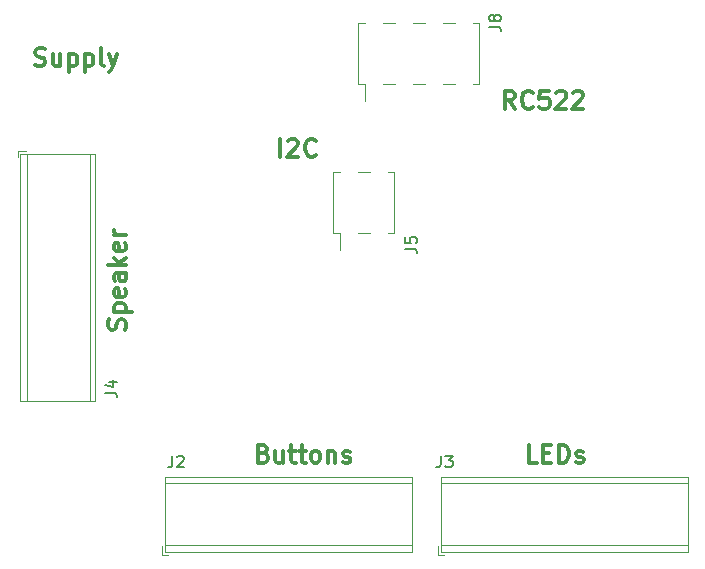
<source format=gto>
G04 #@! TF.GenerationSoftware,KiCad,Pcbnew,(6.0.6)*
G04 #@! TF.CreationDate,2022-09-28T22:29:42+02:00*
G04 #@! TF.ProjectId,Phoniebox,50686f6e-6965-4626-9f78-2e6b69636164,rev?*
G04 #@! TF.SameCoordinates,Original*
G04 #@! TF.FileFunction,Legend,Top*
G04 #@! TF.FilePolarity,Positive*
%FSLAX46Y46*%
G04 Gerber Fmt 4.6, Leading zero omitted, Abs format (unit mm)*
G04 Created by KiCad (PCBNEW (6.0.6)) date 2022-09-28 22:29:42*
%MOMM*%
%LPD*%
G01*
G04 APERTURE LIST*
%ADD10C,0.300000*%
%ADD11C,0.150000*%
%ADD12C,0.120000*%
%ADD13C,2.700000*%
%ADD14C,2.200000*%
%ADD15R,2.200000X2.200000*%
%ADD16R,1.000000X3.150000*%
%ADD17R,1.700000X1.700000*%
%ADD18O,1.700000X1.700000*%
%ADD19O,1.600000X1.000000*%
%ADD20O,2.100000X1.000000*%
%ADD21C,0.650000*%
G04 APERTURE END LIST*
D10*
X122995714Y-65702571D02*
X122995714Y-64202571D01*
X123638571Y-64345428D02*
X123710000Y-64274000D01*
X123852857Y-64202571D01*
X124210000Y-64202571D01*
X124352857Y-64274000D01*
X124424285Y-64345428D01*
X124495714Y-64488285D01*
X124495714Y-64631142D01*
X124424285Y-64845428D01*
X123567142Y-65702571D01*
X124495714Y-65702571D01*
X125995714Y-65559714D02*
X125924285Y-65631142D01*
X125710000Y-65702571D01*
X125567142Y-65702571D01*
X125352857Y-65631142D01*
X125210000Y-65488285D01*
X125138571Y-65345428D01*
X125067142Y-65059714D01*
X125067142Y-64845428D01*
X125138571Y-64559714D01*
X125210000Y-64416857D01*
X125352857Y-64274000D01*
X125567142Y-64202571D01*
X125710000Y-64202571D01*
X125924285Y-64274000D01*
X125995714Y-64345428D01*
X142859428Y-61638571D02*
X142359428Y-60924285D01*
X142002285Y-61638571D02*
X142002285Y-60138571D01*
X142573714Y-60138571D01*
X142716571Y-60210000D01*
X142788000Y-60281428D01*
X142859428Y-60424285D01*
X142859428Y-60638571D01*
X142788000Y-60781428D01*
X142716571Y-60852857D01*
X142573714Y-60924285D01*
X142002285Y-60924285D01*
X144359428Y-61495714D02*
X144288000Y-61567142D01*
X144073714Y-61638571D01*
X143930857Y-61638571D01*
X143716571Y-61567142D01*
X143573714Y-61424285D01*
X143502285Y-61281428D01*
X143430857Y-60995714D01*
X143430857Y-60781428D01*
X143502285Y-60495714D01*
X143573714Y-60352857D01*
X143716571Y-60210000D01*
X143930857Y-60138571D01*
X144073714Y-60138571D01*
X144288000Y-60210000D01*
X144359428Y-60281428D01*
X145716571Y-60138571D02*
X145002285Y-60138571D01*
X144930857Y-60852857D01*
X145002285Y-60781428D01*
X145145142Y-60710000D01*
X145502285Y-60710000D01*
X145645142Y-60781428D01*
X145716571Y-60852857D01*
X145788000Y-60995714D01*
X145788000Y-61352857D01*
X145716571Y-61495714D01*
X145645142Y-61567142D01*
X145502285Y-61638571D01*
X145145142Y-61638571D01*
X145002285Y-61567142D01*
X144930857Y-61495714D01*
X146359428Y-60281428D02*
X146430857Y-60210000D01*
X146573714Y-60138571D01*
X146930857Y-60138571D01*
X147073714Y-60210000D01*
X147145142Y-60281428D01*
X147216571Y-60424285D01*
X147216571Y-60567142D01*
X147145142Y-60781428D01*
X146288000Y-61638571D01*
X147216571Y-61638571D01*
X147788000Y-60281428D02*
X147859428Y-60210000D01*
X148002285Y-60138571D01*
X148359428Y-60138571D01*
X148502285Y-60210000D01*
X148573714Y-60281428D01*
X148645142Y-60424285D01*
X148645142Y-60567142D01*
X148573714Y-60781428D01*
X147716571Y-61638571D01*
X148645142Y-61638571D01*
X102235428Y-57964820D02*
X102449714Y-58036249D01*
X102806857Y-58036249D01*
X102949714Y-57964820D01*
X103021142Y-57893392D01*
X103092571Y-57750535D01*
X103092571Y-57607678D01*
X103021142Y-57464820D01*
X102949714Y-57393392D01*
X102806857Y-57321963D01*
X102521142Y-57250535D01*
X102378285Y-57179106D01*
X102306857Y-57107678D01*
X102235428Y-56964820D01*
X102235428Y-56821963D01*
X102306857Y-56679106D01*
X102378285Y-56607678D01*
X102521142Y-56536249D01*
X102878285Y-56536249D01*
X103092571Y-56607678D01*
X104378285Y-57036249D02*
X104378285Y-58036249D01*
X103735428Y-57036249D02*
X103735428Y-57821963D01*
X103806857Y-57964820D01*
X103949714Y-58036249D01*
X104164000Y-58036249D01*
X104306857Y-57964820D01*
X104378285Y-57893392D01*
X105092571Y-57036249D02*
X105092571Y-58536249D01*
X105092571Y-57107678D02*
X105235428Y-57036249D01*
X105521142Y-57036249D01*
X105664000Y-57107678D01*
X105735428Y-57179106D01*
X105806857Y-57321963D01*
X105806857Y-57750535D01*
X105735428Y-57893392D01*
X105664000Y-57964820D01*
X105521142Y-58036249D01*
X105235428Y-58036249D01*
X105092571Y-57964820D01*
X106449714Y-57036249D02*
X106449714Y-58536249D01*
X106449714Y-57107678D02*
X106592571Y-57036249D01*
X106878285Y-57036249D01*
X107021142Y-57107678D01*
X107092571Y-57179106D01*
X107164000Y-57321963D01*
X107164000Y-57750535D01*
X107092571Y-57893392D01*
X107021142Y-57964820D01*
X106878285Y-58036249D01*
X106592571Y-58036249D01*
X106449714Y-57964820D01*
X108021142Y-58036249D02*
X107878285Y-57964820D01*
X107806857Y-57821963D01*
X107806857Y-56536249D01*
X108449714Y-57036249D02*
X108806857Y-58036249D01*
X109164000Y-57036249D02*
X108806857Y-58036249D01*
X108664000Y-58393392D01*
X108592571Y-58464820D01*
X108449714Y-58536249D01*
X109827142Y-80342857D02*
X109898571Y-80128571D01*
X109898571Y-79771428D01*
X109827142Y-79628571D01*
X109755714Y-79557142D01*
X109612857Y-79485714D01*
X109470000Y-79485714D01*
X109327142Y-79557142D01*
X109255714Y-79628571D01*
X109184285Y-79771428D01*
X109112857Y-80057142D01*
X109041428Y-80200000D01*
X108970000Y-80271428D01*
X108827142Y-80342857D01*
X108684285Y-80342857D01*
X108541428Y-80271428D01*
X108470000Y-80200000D01*
X108398571Y-80057142D01*
X108398571Y-79700000D01*
X108470000Y-79485714D01*
X108898571Y-78842857D02*
X110398571Y-78842857D01*
X108970000Y-78842857D02*
X108898571Y-78700000D01*
X108898571Y-78414285D01*
X108970000Y-78271428D01*
X109041428Y-78200000D01*
X109184285Y-78128571D01*
X109612857Y-78128571D01*
X109755714Y-78200000D01*
X109827142Y-78271428D01*
X109898571Y-78414285D01*
X109898571Y-78700000D01*
X109827142Y-78842857D01*
X109827142Y-76914285D02*
X109898571Y-77057142D01*
X109898571Y-77342857D01*
X109827142Y-77485714D01*
X109684285Y-77557142D01*
X109112857Y-77557142D01*
X108970000Y-77485714D01*
X108898571Y-77342857D01*
X108898571Y-77057142D01*
X108970000Y-76914285D01*
X109112857Y-76842857D01*
X109255714Y-76842857D01*
X109398571Y-77557142D01*
X109898571Y-75557142D02*
X109112857Y-75557142D01*
X108970000Y-75628571D01*
X108898571Y-75771428D01*
X108898571Y-76057142D01*
X108970000Y-76200000D01*
X109827142Y-75557142D02*
X109898571Y-75700000D01*
X109898571Y-76057142D01*
X109827142Y-76200000D01*
X109684285Y-76271428D01*
X109541428Y-76271428D01*
X109398571Y-76200000D01*
X109327142Y-76057142D01*
X109327142Y-75700000D01*
X109255714Y-75557142D01*
X109898571Y-74842857D02*
X108398571Y-74842857D01*
X109327142Y-74700000D02*
X109898571Y-74271428D01*
X108898571Y-74271428D02*
X109470000Y-74842857D01*
X109827142Y-73057142D02*
X109898571Y-73200000D01*
X109898571Y-73485714D01*
X109827142Y-73628571D01*
X109684285Y-73700000D01*
X109112857Y-73700000D01*
X108970000Y-73628571D01*
X108898571Y-73485714D01*
X108898571Y-73200000D01*
X108970000Y-73057142D01*
X109112857Y-72985714D01*
X109255714Y-72985714D01*
X109398571Y-73700000D01*
X109898571Y-72342857D02*
X108898571Y-72342857D01*
X109184285Y-72342857D02*
X109041428Y-72271428D01*
X108970000Y-72200000D01*
X108898571Y-72057142D01*
X108898571Y-71914285D01*
X144732571Y-91610571D02*
X144018285Y-91610571D01*
X144018285Y-90110571D01*
X145232571Y-90824857D02*
X145732571Y-90824857D01*
X145946857Y-91610571D02*
X145232571Y-91610571D01*
X145232571Y-90110571D01*
X145946857Y-90110571D01*
X146589714Y-91610571D02*
X146589714Y-90110571D01*
X146946857Y-90110571D01*
X147161142Y-90182000D01*
X147304000Y-90324857D01*
X147375428Y-90467714D01*
X147446857Y-90753428D01*
X147446857Y-90967714D01*
X147375428Y-91253428D01*
X147304000Y-91396285D01*
X147161142Y-91539142D01*
X146946857Y-91610571D01*
X146589714Y-91610571D01*
X148018285Y-91539142D02*
X148161142Y-91610571D01*
X148446857Y-91610571D01*
X148589714Y-91539142D01*
X148661142Y-91396285D01*
X148661142Y-91324857D01*
X148589714Y-91182000D01*
X148446857Y-91110571D01*
X148232571Y-91110571D01*
X148089714Y-91039142D01*
X148018285Y-90896285D01*
X148018285Y-90824857D01*
X148089714Y-90682000D01*
X148232571Y-90610571D01*
X148446857Y-90610571D01*
X148589714Y-90682000D01*
X121575142Y-90824857D02*
X121789428Y-90896285D01*
X121860857Y-90967714D01*
X121932285Y-91110571D01*
X121932285Y-91324857D01*
X121860857Y-91467714D01*
X121789428Y-91539142D01*
X121646571Y-91610571D01*
X121075142Y-91610571D01*
X121075142Y-90110571D01*
X121575142Y-90110571D01*
X121718000Y-90182000D01*
X121789428Y-90253428D01*
X121860857Y-90396285D01*
X121860857Y-90539142D01*
X121789428Y-90682000D01*
X121718000Y-90753428D01*
X121575142Y-90824857D01*
X121075142Y-90824857D01*
X123218000Y-90610571D02*
X123218000Y-91610571D01*
X122575142Y-90610571D02*
X122575142Y-91396285D01*
X122646571Y-91539142D01*
X122789428Y-91610571D01*
X123003714Y-91610571D01*
X123146571Y-91539142D01*
X123218000Y-91467714D01*
X123718000Y-90610571D02*
X124289428Y-90610571D01*
X123932285Y-90110571D02*
X123932285Y-91396285D01*
X124003714Y-91539142D01*
X124146571Y-91610571D01*
X124289428Y-91610571D01*
X124575142Y-90610571D02*
X125146571Y-90610571D01*
X124789428Y-90110571D02*
X124789428Y-91396285D01*
X124860857Y-91539142D01*
X125003714Y-91610571D01*
X125146571Y-91610571D01*
X125860857Y-91610571D02*
X125718000Y-91539142D01*
X125646571Y-91467714D01*
X125575142Y-91324857D01*
X125575142Y-90896285D01*
X125646571Y-90753428D01*
X125718000Y-90682000D01*
X125860857Y-90610571D01*
X126075142Y-90610571D01*
X126218000Y-90682000D01*
X126289428Y-90753428D01*
X126360857Y-90896285D01*
X126360857Y-91324857D01*
X126289428Y-91467714D01*
X126218000Y-91539142D01*
X126075142Y-91610571D01*
X125860857Y-91610571D01*
X127003714Y-90610571D02*
X127003714Y-91610571D01*
X127003714Y-90753428D02*
X127075142Y-90682000D01*
X127218000Y-90610571D01*
X127432285Y-90610571D01*
X127575142Y-90682000D01*
X127646571Y-90824857D01*
X127646571Y-91610571D01*
X128289428Y-91539142D02*
X128432285Y-91610571D01*
X128718000Y-91610571D01*
X128860857Y-91539142D01*
X128932285Y-91396285D01*
X128932285Y-91324857D01*
X128860857Y-91182000D01*
X128718000Y-91110571D01*
X128503714Y-91110571D01*
X128360857Y-91039142D01*
X128289428Y-90896285D01*
X128289428Y-90824857D01*
X128360857Y-90682000D01*
X128503714Y-90610571D01*
X128718000Y-90610571D01*
X128860857Y-90682000D01*
D11*
X108164380Y-85677333D02*
X108878666Y-85677333D01*
X109021523Y-85724952D01*
X109116761Y-85820190D01*
X109164380Y-85963047D01*
X109164380Y-86058285D01*
X108497714Y-84772571D02*
X109164380Y-84772571D01*
X108116761Y-85010666D02*
X108831047Y-85248761D01*
X108831047Y-84629714D01*
X133564380Y-73485333D02*
X134278666Y-73485333D01*
X134421523Y-73532952D01*
X134516761Y-73628190D01*
X134564380Y-73771047D01*
X134564380Y-73866285D01*
X133564380Y-72532952D02*
X133564380Y-73009142D01*
X134040571Y-73056761D01*
X133992952Y-73009142D01*
X133945333Y-72913904D01*
X133945333Y-72675809D01*
X133992952Y-72580571D01*
X134040571Y-72532952D01*
X134135809Y-72485333D01*
X134373904Y-72485333D01*
X134469142Y-72532952D01*
X134516761Y-72580571D01*
X134564380Y-72675809D01*
X134564380Y-72913904D01*
X134516761Y-73009142D01*
X134469142Y-73056761D01*
X140676380Y-54689333D02*
X141390666Y-54689333D01*
X141533523Y-54736952D01*
X141628761Y-54832190D01*
X141676380Y-54975047D01*
X141676380Y-55070285D01*
X141104952Y-54070285D02*
X141057333Y-54165523D01*
X141009714Y-54213142D01*
X140914476Y-54260761D01*
X140866857Y-54260761D01*
X140771619Y-54213142D01*
X140724000Y-54165523D01*
X140676380Y-54070285D01*
X140676380Y-53879809D01*
X140724000Y-53784571D01*
X140771619Y-53736952D01*
X140866857Y-53689333D01*
X140914476Y-53689333D01*
X141009714Y-53736952D01*
X141057333Y-53784571D01*
X141104952Y-53879809D01*
X141104952Y-54070285D01*
X141152571Y-54165523D01*
X141200190Y-54213142D01*
X141295428Y-54260761D01*
X141485904Y-54260761D01*
X141581142Y-54213142D01*
X141628761Y-54165523D01*
X141676380Y-54070285D01*
X141676380Y-53879809D01*
X141628761Y-53784571D01*
X141581142Y-53736952D01*
X141485904Y-53689333D01*
X141295428Y-53689333D01*
X141200190Y-53736952D01*
X141152571Y-53784571D01*
X141104952Y-53879809D01*
X113839666Y-91019380D02*
X113839666Y-91733666D01*
X113792047Y-91876523D01*
X113696809Y-91971761D01*
X113553952Y-92019380D01*
X113458714Y-92019380D01*
X114268238Y-91114619D02*
X114315857Y-91067000D01*
X114411095Y-91019380D01*
X114649190Y-91019380D01*
X114744428Y-91067000D01*
X114792047Y-91114619D01*
X114839666Y-91209857D01*
X114839666Y-91305095D01*
X114792047Y-91447952D01*
X114220619Y-92019380D01*
X114839666Y-92019380D01*
X136572666Y-91019380D02*
X136572666Y-91733666D01*
X136525047Y-91876523D01*
X136429809Y-91971761D01*
X136286952Y-92019380D01*
X136191714Y-92019380D01*
X136953619Y-91019380D02*
X137572666Y-91019380D01*
X137239333Y-91400333D01*
X137382190Y-91400333D01*
X137477428Y-91447952D01*
X137525047Y-91495571D01*
X137572666Y-91590809D01*
X137572666Y-91828904D01*
X137525047Y-91924142D01*
X137477428Y-91971761D01*
X137382190Y-92019380D01*
X137096476Y-92019380D01*
X137001238Y-91971761D01*
X136953619Y-91924142D01*
D12*
X106840000Y-65496000D02*
X106840000Y-86397000D01*
X107300000Y-86397000D02*
X100980000Y-86397000D01*
X100740000Y-65256000D02*
X100740000Y-65756000D01*
X101540000Y-65496000D02*
X101540000Y-86397000D01*
X101480000Y-65256000D02*
X100740000Y-65256000D01*
X107300000Y-65496000D02*
X100980000Y-65496000D01*
X100980000Y-65496000D02*
X100980000Y-86397000D01*
X107300000Y-65496000D02*
X107300000Y-86397000D01*
X128018000Y-73636000D02*
X128018000Y-72196000D01*
X132078000Y-72196000D02*
X132648000Y-72196000D01*
X129538000Y-72196000D02*
X130558000Y-72196000D01*
X132648000Y-72196000D02*
X132648000Y-66996000D01*
X132078000Y-66996000D02*
X132648000Y-66996000D01*
X127448000Y-72196000D02*
X127448000Y-66996000D01*
X127448000Y-66996000D02*
X128018000Y-66996000D01*
X127448000Y-72196000D02*
X128018000Y-72196000D01*
X129538000Y-66996000D02*
X130558000Y-66996000D01*
X129556000Y-54372000D02*
X130126000Y-54372000D01*
X136726000Y-54372000D02*
X137746000Y-54372000D01*
X129556000Y-59572000D02*
X129556000Y-54372000D01*
X134186000Y-59572000D02*
X135206000Y-59572000D01*
X130126000Y-61012000D02*
X130126000Y-59572000D01*
X129556000Y-59572000D02*
X130126000Y-59572000D01*
X134186000Y-54372000D02*
X135206000Y-54372000D01*
X136726000Y-59572000D02*
X137746000Y-59572000D01*
X131646000Y-54372000D02*
X132666000Y-54372000D01*
X139836000Y-59572000D02*
X139836000Y-54372000D01*
X139266000Y-59572000D02*
X139836000Y-59572000D01*
X131646000Y-59572000D02*
X132666000Y-59572000D01*
X139266000Y-54372000D02*
X139836000Y-54372000D01*
X113008000Y-99412000D02*
X113508000Y-99412000D01*
X113248000Y-92852000D02*
X134149000Y-92852000D01*
X113248000Y-99172000D02*
X134149000Y-99172000D01*
X134149000Y-92852000D02*
X134149000Y-99172000D01*
X113248000Y-93312000D02*
X134149000Y-93312000D01*
X113248000Y-92852000D02*
X113248000Y-99172000D01*
X113248000Y-98612000D02*
X134149000Y-98612000D01*
X113008000Y-98672000D02*
X113008000Y-99412000D01*
X136616000Y-98612000D02*
X157517000Y-98612000D01*
X136616000Y-93312000D02*
X157517000Y-93312000D01*
X157517000Y-92852000D02*
X157517000Y-99172000D01*
X136616000Y-92852000D02*
X157517000Y-92852000D01*
X136616000Y-92852000D02*
X136616000Y-99172000D01*
X136376000Y-98672000D02*
X136376000Y-99412000D01*
X136616000Y-99172000D02*
X157517000Y-99172000D01*
X136376000Y-99412000D02*
X136876000Y-99412000D01*
%LPC*%
D13*
X161500000Y-47500000D03*
X103500000Y-96500000D03*
X103500000Y-47500000D03*
D14*
X104140000Y-84836000D03*
X104140000Y-82296000D03*
X104140000Y-79756000D03*
X104140000Y-77216000D03*
X104140000Y-74676000D03*
X104140000Y-72136000D03*
X104140000Y-69596000D03*
D15*
X104140000Y-67056000D03*
D16*
X131318000Y-67071000D03*
X131318000Y-72121000D03*
X128778000Y-67071000D03*
X128778000Y-72121000D03*
D13*
X161500000Y-96500000D03*
D16*
X138506000Y-54447000D03*
X138506000Y-59497000D03*
X135966000Y-54447000D03*
X135966000Y-59497000D03*
X133426000Y-54447000D03*
X133426000Y-59497000D03*
X130886000Y-54447000D03*
X130886000Y-59497000D03*
D14*
X132588000Y-96012000D03*
X130048000Y-96012000D03*
X127508000Y-96012000D03*
X124968000Y-96012000D03*
X122428000Y-96012000D03*
X119888000Y-96012000D03*
X117348000Y-96012000D03*
D15*
X114808000Y-96012000D03*
D14*
X155956000Y-96012000D03*
X153416000Y-96012000D03*
X150876000Y-96012000D03*
X148336000Y-96012000D03*
X145796000Y-96012000D03*
X143256000Y-96012000D03*
X140716000Y-96012000D03*
D15*
X138176000Y-96012000D03*
D17*
X108370000Y-48770000D03*
D18*
X108370000Y-46230000D03*
X110910000Y-48770000D03*
X110910000Y-46230000D03*
X113450000Y-48770000D03*
X113450000Y-46230000D03*
X115990000Y-48770000D03*
X115990000Y-46230000D03*
X118530000Y-48770000D03*
X118530000Y-46230000D03*
X121070000Y-48770000D03*
X121070000Y-46230000D03*
X123610000Y-48770000D03*
X123610000Y-46230000D03*
X126150000Y-48770000D03*
X126150000Y-46230000D03*
X128690000Y-48770000D03*
X128690000Y-46230000D03*
X131230000Y-48770000D03*
X131230000Y-46230000D03*
X133770000Y-48770000D03*
X133770000Y-46230000D03*
X136310000Y-48770000D03*
X136310000Y-46230000D03*
X138850000Y-48770000D03*
X138850000Y-46230000D03*
X141390000Y-48770000D03*
X141390000Y-46230000D03*
X143930000Y-48770000D03*
X143930000Y-46230000D03*
X146470000Y-48770000D03*
X146470000Y-46230000D03*
X149010000Y-48770000D03*
X149010000Y-46230000D03*
X151550000Y-48770000D03*
X151550000Y-46230000D03*
X154090000Y-48770000D03*
X154090000Y-46230000D03*
X156630000Y-48770000D03*
X156630000Y-46230000D03*
D19*
X103090000Y-53084000D03*
D20*
X107270000Y-53084000D03*
D19*
X103090000Y-61724000D03*
D20*
X107270000Y-61724000D03*
D21*
X106740000Y-60294000D03*
X106740000Y-54514000D03*
M02*

</source>
